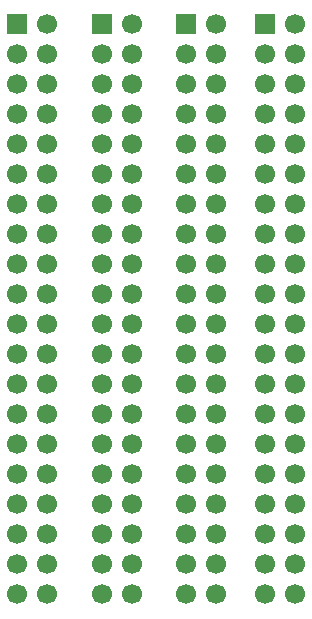
<source format=gbs>
%TF.GenerationSoftware,KiCad,Pcbnew,9.0.3*%
%TF.CreationDate,2025-08-17T12:54:53+10:00*%
%TF.ProjectId,auto,6175746f-2e6b-4696-9361-645f70636258,rev?*%
%TF.SameCoordinates,Original*%
%TF.FileFunction,Soldermask,Bot*%
%TF.FilePolarity,Negative*%
%FSLAX46Y46*%
G04 Gerber Fmt 4.6, Leading zero omitted, Abs format (unit mm)*
G04 Created by KiCad (PCBNEW 9.0.3) date 2025-08-17 12:54:53*
%MOMM*%
%LPD*%
G01*
G04 APERTURE LIST*
%ADD10R,1.700000X1.700000*%
%ADD11C,1.700000*%
G04 APERTURE END LIST*
D10*
%TO.C,J4*%
X138460000Y-46240000D03*
D11*
X141000000Y-46240000D03*
X138460000Y-48780000D03*
X141000000Y-48780000D03*
X138460000Y-51320000D03*
X141000000Y-51320000D03*
X138460000Y-53860000D03*
X141000000Y-53860000D03*
X138460000Y-56400000D03*
X141000000Y-56400000D03*
X138460000Y-58940000D03*
X141000000Y-58940000D03*
X138460000Y-61480000D03*
X141000000Y-61480000D03*
X138460000Y-64020000D03*
X141000000Y-64020000D03*
X138460000Y-66560000D03*
X141000000Y-66560000D03*
X138460000Y-69100000D03*
X141000000Y-69100000D03*
X138460000Y-71640000D03*
X141000000Y-71640000D03*
X138460000Y-74180000D03*
X141000000Y-74180000D03*
X138460000Y-76720000D03*
X141000000Y-76720000D03*
X138460000Y-79260000D03*
X141000000Y-79260000D03*
X138460000Y-81800000D03*
X141000000Y-81800000D03*
X138460000Y-84340000D03*
X141000000Y-84340000D03*
X138460000Y-86880000D03*
X141000000Y-86880000D03*
X138460000Y-89420000D03*
X141000000Y-89420000D03*
X138460000Y-91960000D03*
X141000000Y-91960000D03*
X138460000Y-94500000D03*
X141000000Y-94500000D03*
%TD*%
D10*
%TO.C,J1*%
X117540000Y-46240000D03*
D11*
X120080000Y-46240000D03*
X117540000Y-48780000D03*
X120080000Y-48780000D03*
X117540000Y-51320000D03*
X120080000Y-51320000D03*
X117540000Y-53860000D03*
X120080000Y-53860000D03*
X117540000Y-56400000D03*
X120080000Y-56400000D03*
X117540000Y-58940000D03*
X120080000Y-58940000D03*
X117540000Y-61480000D03*
X120080000Y-61480000D03*
X117540000Y-64020000D03*
X120080000Y-64020000D03*
X117540000Y-66560000D03*
X120080000Y-66560000D03*
X117540000Y-69100000D03*
X120080000Y-69100000D03*
X117540000Y-71640000D03*
X120080000Y-71640000D03*
X117540000Y-74180000D03*
X120080000Y-74180000D03*
X117540000Y-76720000D03*
X120080000Y-76720000D03*
X117540000Y-79260000D03*
X120080000Y-79260000D03*
X117540000Y-81800000D03*
X120080000Y-81800000D03*
X117540000Y-84340000D03*
X120080000Y-84340000D03*
X117540000Y-86880000D03*
X120080000Y-86880000D03*
X117540000Y-89420000D03*
X120080000Y-89420000D03*
X117540000Y-91960000D03*
X120080000Y-91960000D03*
X117540000Y-94500000D03*
X120080000Y-94500000D03*
%TD*%
D10*
%TO.C,J2*%
X124680000Y-46240000D03*
D11*
X127220000Y-46240000D03*
X124680000Y-48780000D03*
X127220000Y-48780000D03*
X124680000Y-51320000D03*
X127220000Y-51320000D03*
X124680000Y-53860000D03*
X127220000Y-53860000D03*
X124680000Y-56400000D03*
X127220000Y-56400000D03*
X124680000Y-58940000D03*
X127220000Y-58940000D03*
X124680000Y-61480000D03*
X127220000Y-61480000D03*
X124680000Y-64020000D03*
X127220000Y-64020000D03*
X124680000Y-66560000D03*
X127220000Y-66560000D03*
X124680000Y-69100000D03*
X127220000Y-69100000D03*
X124680000Y-71640000D03*
X127220000Y-71640000D03*
X124680000Y-74180000D03*
X127220000Y-74180000D03*
X124680000Y-76720000D03*
X127220000Y-76720000D03*
X124680000Y-79260000D03*
X127220000Y-79260000D03*
X124680000Y-81800000D03*
X127220000Y-81800000D03*
X124680000Y-84340000D03*
X127220000Y-84340000D03*
X124680000Y-86880000D03*
X127220000Y-86880000D03*
X124680000Y-89420000D03*
X127220000Y-89420000D03*
X124680000Y-91960000D03*
X127220000Y-91960000D03*
X124680000Y-94500000D03*
X127220000Y-94500000D03*
%TD*%
D10*
%TO.C,J3*%
X131820000Y-46240000D03*
D11*
X134360000Y-46240000D03*
X131820000Y-48780000D03*
X134360000Y-48780000D03*
X131820000Y-51320000D03*
X134360000Y-51320000D03*
X131820000Y-53860000D03*
X134360000Y-53860000D03*
X131820000Y-56400000D03*
X134360000Y-56400000D03*
X131820000Y-58940000D03*
X134360000Y-58940000D03*
X131820000Y-61480000D03*
X134360000Y-61480000D03*
X131820000Y-64020000D03*
X134360000Y-64020000D03*
X131820000Y-66560000D03*
X134360000Y-66560000D03*
X131820000Y-69100000D03*
X134360000Y-69100000D03*
X131820000Y-71640000D03*
X134360000Y-71640000D03*
X131820000Y-74180000D03*
X134360000Y-74180000D03*
X131820000Y-76720000D03*
X134360000Y-76720000D03*
X131820000Y-79260000D03*
X134360000Y-79260000D03*
X131820000Y-81800000D03*
X134360000Y-81800000D03*
X131820000Y-84340000D03*
X134360000Y-84340000D03*
X131820000Y-86880000D03*
X134360000Y-86880000D03*
X131820000Y-89420000D03*
X134360000Y-89420000D03*
X131820000Y-91960000D03*
X134360000Y-91960000D03*
X131820000Y-94500000D03*
X134360000Y-94500000D03*
%TD*%
M02*

</source>
